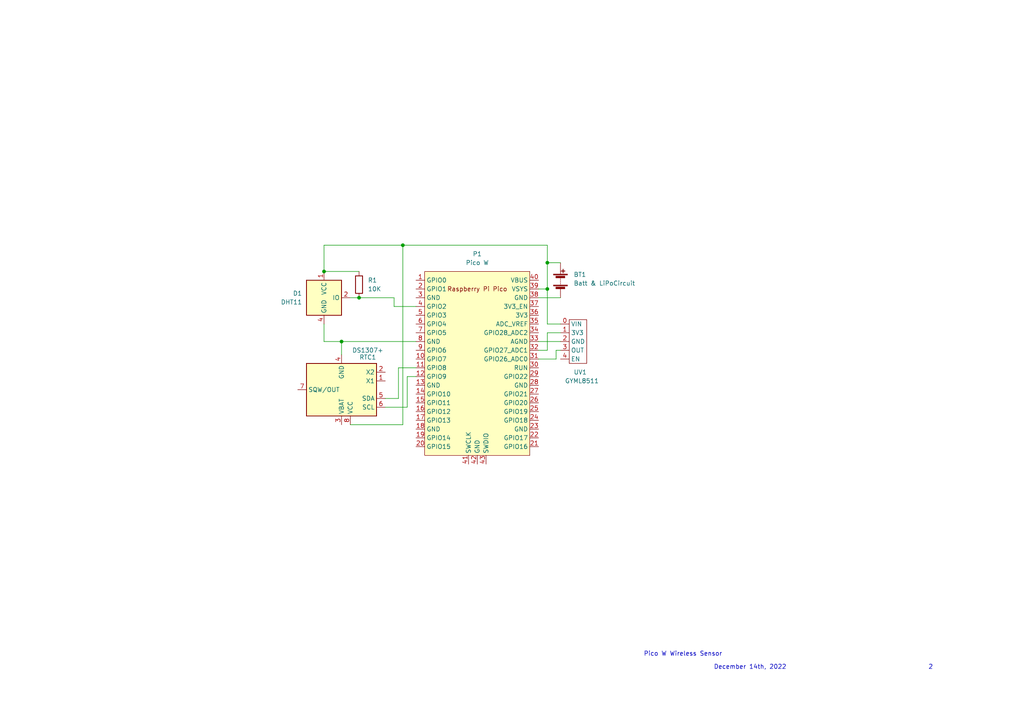
<source format=kicad_sch>
(kicad_sch (version 20211123) (generator eeschema)
  (paper "A4")
  (lib_symbols
    (symbol "Device:Battery" (pin_numbers hide) (pin_names (offset 0) hide)
      (property "Reference" "BT" (at 2.54 2.54 0))
      (property "Value" "Battery" (at 2.54 0 0))
      (symbol "Battery_0_1"
        (rectangle (start -2.032 -1.397) (end 2.032 -1.651) (fill (type outline)))
        (rectangle (start -2.032 1.778) (end 2.032 1.524) (fill (type outline)))
        (rectangle (start -1.3208 -1.9812) (end 1.27 -2.4892) (fill (type outline)))
        (rectangle (start -1.3208 1.1938) (end 1.27 0.6858) (fill (type outline)))
        (polyline (pts (xy 0 -1.524) (xy 0 -1.27)))
        (polyline (pts (xy 0 -1.016) (xy 0 -0.762)))
        (polyline (pts (xy 0 -0.508) (xy 0 -0.254)))
        (polyline (pts (xy 0 0) (xy 0 0.254)))
        (polyline (pts (xy 0 0.508) (xy 0 0.762)))
        (polyline (pts (xy 0 1.778) (xy 0 2.54)))
        (polyline (pts (xy 0.254 2.667) (xy 1.27 2.667)) (stroke (width 0.254)))
        (polyline (pts (xy 0.762 3.175) (xy 0.762 2.159)) (stroke (width 0.254)))
      )
      (symbol "Battery_1_1"
        (pin passive line (at 0 5.08 270) (length 2.54) (name "+") (number "1"))
        (pin passive line (at 0 -5.08 90) (length 2.54) (name "-") (number "2"))
      )
    )
    (symbol "Device:R" (pin_numbers hide) (pin_names (offset 0))
      (property "Reference" "R" (at 2.032 0 90))
      (property "Value" "R" (at 0 0 90))
      (symbol "R_0_1"
        (rectangle (start -1.016 -2.54) (end 1.016 2.54) (stroke (width 0.254)))
      )
      (symbol "R_1_1"
        (pin passive line (at 0 3.81 270) (length 1.27) (name "~") (number "1"))
        (pin passive line (at 0 -3.81 90) (length 1.27) (name "~") (number "2"))
      )
    )
    (symbol "MCU_RaspberryPi_and_Boards:Pico"
      (property "Reference" "U" (at -13.97 27.94 0))
      (property "Value" "Pico" (at 0 19.05 0))
      (symbol "Pico_0_0"
        (text "Raspberry Pi Pico" (at 0 21.59 0) (effects (font (size 1.27 1.27))))
      )
      (symbol "Pico_0_1"
        (rectangle (start -15.24 26.67) (end 15.24 -26.67) (fill (type background)))
      )
      (symbol "Pico_1_1"
        (pin bidirectional line (at -17.78 24.13 0) (length 2.54) (name "GPIO0") (number "1"))
        (pin bidirectional line (at -17.78 1.27 0) (length 2.54) (name "GPIO7") (number "10"))
        (pin bidirectional line (at -17.78 -1.27 0) (length 2.54) (name "GPIO8") (number "11"))
        (pin bidirectional line (at -17.78 -3.81 0) (length 2.54) (name "GPIO9") (number "12"))
        (pin power_in line (at -17.78 -6.35 0) (length 2.54) (name "GND") (number "13"))
        (pin bidirectional line (at -17.78 -8.89 0) (length 2.54) (name "GPIO10") (number "14"))
        (pin bidirectional line (at -17.78 -11.43 0) (length 2.54) (name "GPIO11") (number "15"))
        (pin bidirectional line (at -17.78 -13.97 0) (length 2.54) (name "GPIO12") (number "16"))
        (pin bidirectional line (at -17.78 -16.51 0) (length 2.54) (name "GPIO13") (number "17"))
        (pin power_in line (at -17.78 -19.05 0) (length 2.54) (name "GND") (number "18"))
        (pin bidirectional line (at -17.78 -21.59 0) (length 2.54) (name "GPIO14") (number "19"))
        (pin bidirectional line (at -17.78 21.59 0) (length 2.54) (name "GPIO1") (number "2"))
        (pin bidirectional line (at -17.78 -24.13 0) (length 2.54) (name "GPIO15") (number "20"))
        (pin bidirectional line (at 17.78 -24.13 180) (length 2.54) (name "GPIO16") (number "21"))
        (pin bidirectional line (at 17.78 -21.59 180) (length 2.54) (name "GPIO17") (number "22"))
        (pin power_in line (at 17.78 -19.05 180) (length 2.54) (name "GND") (number "23"))
        (pin bidirectional line (at 17.78 -16.51 180) (length 2.54) (name "GPIO18") (number "24"))
        (pin bidirectional line (at 17.78 -13.97 180) (length 2.54) (name "GPIO19") (number "25"))
        (pin bidirectional line (at 17.78 -11.43 180) (length 2.54) (name "GPIO20") (number "26"))
        (pin bidirectional line (at 17.78 -8.89 180) (length 2.54) (name "GPIO21") (number "27"))
        (pin power_in line (at 17.78 -6.35 180) (length 2.54) (name "GND") (number "28"))
        (pin bidirectional line (at 17.78 -3.81 180) (length 2.54) (name "GPIO22") (number "29"))
        (pin power_in line (at -17.78 19.05 0) (length 2.54) (name "GND") (number "3"))
        (pin input line (at 17.78 -1.27 180) (length 2.54) (name "RUN") (number "30"))
        (pin bidirectional line (at 17.78 1.27 180) (length 2.54) (name "GPIO26_ADC0") (number "31"))
        (pin bidirectional line (at 17.78 3.81 180) (length 2.54) (name "GPIO27_ADC1") (number "32"))
        (pin power_in line (at 17.78 6.35 180) (length 2.54) (name "AGND") (number "33"))
        (pin bidirectional line (at 17.78 8.89 180) (length 2.54) (name "GPIO28_ADC2") (number "34"))
        (pin power_in line (at 17.78 11.43 180) (length 2.54) (name "ADC_VREF") (number "35"))
        (pin power_in line (at 17.78 13.97 180) (length 2.54) (name "3V3") (number "36"))
        (pin input line (at 17.78 16.51 180) (length 2.54) (name "3V3_EN") (number "37"))
        (pin bidirectional line (at 17.78 19.05 180) (length 2.54) (name "GND") (number "38"))
        (pin power_in line (at 17.78 21.59 180) (length 2.54) (name "VSYS") (number "39"))
        (pin bidirectional line (at -17.78 16.51 0) (length 2.54) (name "GPIO2") (number "4"))
        (pin power_in line (at 17.78 24.13 180) (length 2.54) (name "VBUS") (number "40"))
        (pin input line (at -2.54 -29.21 90) (length 2.54) (name "SWCLK") (number "41"))
        (pin power_in line (at 0 -29.21 90) (length 2.54) (name "GND") (number "42"))
        (pin bidirectional line (at 2.54 -29.21 90) (length 2.54) (name "SWDIO") (number "43"))
        (pin bidirectional line (at -17.78 13.97 0) (length 2.54) (name "GPIO3") (number "5"))
        (pin bidirectional line (at -17.78 11.43 0) (length 2.54) (name "GPIO4") (number "6"))
        (pin bidirectional line (at -17.78 8.89 0) (length 2.54) (name "GPIO5") (number "7"))
        (pin power_in line (at -17.78 6.35 0) (length 2.54) (name "GND") (number "8"))
        (pin bidirectional line (at -17.78 3.81 0) (length 2.54) (name "GPIO6") (number "9"))
      )
    )
    (symbol "New_Library:GYML8511"
      (property "Reference" "UV?" (at 0 8.89 0))
      (property "Value" "GYML8511" (at 0 6.35 0))
      (symbol "GYML8511_0_1"
        (rectangle (start -2.54 5.08) (end 2.54 -7.62))
      )
      (symbol "GYML8511_1_1"
        (pin input line (at -5.08 3.81 0) (length 2.54) (name "VIN") (number "0"))
        (pin input line (at -5.08 1.27 0) (length 2.54) (name "3V3") (number "1"))
        (pin input line (at -5.08 -1.27 0) (length 2.54) (name "GND") (number "2"))
        (pin input line (at -5.08 -3.81 0) (length 2.54) (name "OUT") (number "3"))
        (pin input line (at -5.08 -6.35 0) (length 2.54) (name "EN") (number "4"))
      )
    )
    (symbol "Sensor:DHT11"
      (property "Reference" "U" (at -3.81 6.35 0))
      (property "Value" "DHT11" (at 3.81 6.35 0))
      (symbol "DHT11_0_1"
        (rectangle (start -5.08 5.08) (end 5.08 -5.08) (stroke (width 0.254)) (fill (type background)))
      )
      (symbol "DHT11_1_1"
        (pin power_in line (at 0 7.62 270) (length 2.54) (name "VCC") (number "1"))
        (pin bidirectional line (at 7.62 0 180) (length 2.54) (name "IO") (number "2"))
        (pin no_connect line (at -5.08 0 0) (length 2.54) hide (name "NC") (number "3"))
        (pin power_in line (at 0 -7.62 90) (length 2.54) (name "GND") (number "4"))
      )
    )
    (symbol "Timer_RTC:DS1307+"
      (property "Reference" "U" (at -8.89 8.89 0))
      (property "Value" "DS1307+" (at 1.27 8.89 0))
      (symbol "DS1307+_0_1"
        (rectangle (start -10.16 7.62) (end 10.16 -7.62) (stroke (width 0.254)) (fill (type background)))
      )
      (symbol "DS1307+_1_1"
        (pin input line (at -12.7 -2.54 0) (length 2.54) (name "X1") (number "1"))
        (pin input line (at -12.7 -5.08 0) (length 2.54) (name "X2") (number "2"))
        (pin power_in line (at 0 10.16 270) (length 2.54) (name "VBAT") (number "3"))
        (pin power_in line (at 0 -10.16 90) (length 2.54) (name "GND") (number "4"))
        (pin bidirectional line (at -12.7 2.54 0) (length 2.54) (name "SDA") (number "5"))
        (pin input line (at -12.7 5.08 0) (length 2.54) (name "SCL") (number "6"))
        (pin open_collector line (at 12.7 0 180) (length 2.54) (name "SQW/OUT") (number "7"))
        (pin power_in line (at -2.54 10.16 270) (length 2.54) (name "VCC") (number "8"))
      )
    )
  )
  (junction (at 93.98 78.74))
  (junction (at 104.14 86.36))
  (junction (at 158.75 76.2))
  (junction (at 158.75 83.82))
  (junction (at 116.84 71.12))
  (junction (at 99.06 99.06))
  (wire (pts (xy 158.75 71.12) (xy 158.75 76.2)))
  (wire (pts (xy 162.56 96.52) (xy 158.75 96.52)))
  (wire (pts (xy 158.75 96.52) (xy 158.75 101.6)))
  (wire (pts (xy 111.76 118.11) (xy 118.11 118.11)))
  (wire (pts (xy 116.84 71.12) (xy 93.98 71.12)))
  (wire (pts (xy 116.84 71.12) (xy 158.75 71.12)))
  (wire (pts (xy 104.14 86.36) (xy 114.3 86.36)))
  (wire (pts (xy 93.98 93.98) (xy 93.98 99.06)))
  (wire (pts (xy 158.75 83.82) (xy 156.21 83.82)))
  (wire (pts (xy 161.29 101.6) (xy 161.29 104.14)))
  (wire (pts (xy 156.21 99.06) (xy 162.56 99.06)))
  (wire (pts (xy 115.57 115.57) (xy 115.57 106.68)))
  (wire (pts (xy 118.11 118.11) (xy 118.11 109.22)))
  (wire (pts (xy 158.75 83.82) (xy 158.75 93.98)))
  (wire (pts (xy 93.98 99.06) (xy 99.06 99.06)))
  (wire (pts (xy 162.56 101.6) (xy 161.29 101.6)))
  (wire (pts (xy 158.75 93.98) (xy 162.56 93.98)))
  (wire (pts (xy 114.3 88.9) (xy 120.65 88.9)))
  (wire (pts (xy 116.84 123.19) (xy 116.84 71.12)))
  (wire (pts (xy 118.11 109.22) (xy 120.65 109.22)))
  (wire (pts (xy 161.29 104.14) (xy 156.21 104.14)))
  (wire (pts (xy 99.06 99.06) (xy 120.65 99.06)))
  (wire (pts (xy 101.6 123.19) (xy 116.84 123.19)))
  (wire (pts (xy 162.56 76.2) (xy 158.75 76.2)))
  (wire (pts (xy 93.98 71.12) (xy 93.98 78.74)))
  (wire (pts (xy 156.21 101.6) (xy 158.75 101.6)))
  (wire (pts (xy 156.21 86.36) (xy 162.56 86.36)))
  (wire (pts (xy 158.75 76.2) (xy 158.75 83.82)))
  (wire (pts (xy 93.98 78.74) (xy 104.14 78.74)))
  (wire (pts (xy 101.6 86.36) (xy 104.14 86.36)))
  (wire (pts (xy 114.3 86.36) (xy 114.3 88.9)))
  (wire (pts (xy 99.06 99.06) (xy 99.06 102.87)))
  (wire (pts (xy 111.76 115.57) (xy 115.57 115.57)))
  (wire (pts (xy 115.57 106.68) (xy 120.65 106.68)))
  (text "December 14th, 2022" (at 207.01 194.31 0) (effects (font (size 1.27 1.27)) (justify left bottom)))
  (text "Pico W Wireless Sensor" (at 186.69 190.5 0) (effects (font (size 1.27 1.27)) (justify left bottom)))
  (text "2" (at 269.24 194.31 0) (effects (font (size 1.27 1.27)) (justify left bottom)))
  (symbol (lib_id "Device:Battery") (at 162.56 81.28 0) (unit 1)
    (property "Reference" "BT1" (at 166.37 79.6289 0) (effects (justify left)))
    (property "Value" "Batt & LiPoCircuit" (at 166.37 82.1689 0) (effects (justify left)))
  )
  (symbol (lib_id "New_Library:GYML8511") (at 167.64 97.79 0) (unit 1)
    (property "Reference" "UV1" (at 166.37 107.95 0) (effects (justify left)))
    (property "Value" "GYML8511" (at 163.83 110.49 0) (effects (justify left)))
  )
  (symbol (lib_id "Device:R") (at 104.14 82.55 0) (unit 1)
    (property "Reference" "R1" (at 106.68 81.2799 0) (effects (justify left)))
    (property "Value" "10K" (at 106.68 83.82 0) (effects (justify left)))
  )
  (symbol (lib_id "Timer_RTC:DS1307+") (at 99.06 113.03 180) (unit 1)
    (property "Reference" "RTC1" (at 106.68 103.6193 0))
    (property "Value" "DS1307+" (at 106.68 101.6 0))
    (property "Footprint" "Package_DIP:DIP-8_W7.62mm" (effects hide))
    (property "Datasheet" "https://datasheets.maximintegrated.com/en/ds/DS1307.pdf" (effects hide))
  )
  (symbol (lib_id "MCU_RaspberryPi_and_Boards:Pico") (at 138.43 105.41 0) (unit 1)
    (property "Reference" "P1" (at 138.43 73.66 0))
    (property "Value" "Pico W" (at 138.43 76.2 0))
    (property "Footprint" "RPi_Pico:RPi_Pico_SMD_TH" (effects hide))
  )
  (symbol (lib_id "Sensor:DHT11") (at 93.98 86.36 0) (unit 1)
    (property "Reference" "D1" (at 87.63 85.0899 0) (effects (justify right)))
    (property "Value" "DHT11" (at 87.63 87.6299 0) (effects (justify right)))
    (property "Footprint" "Sensor:Aosong_DHT11_5.5x12.0_P2.54mm" (effects hide))
    (property "Datasheet" "http://akizukidenshi.com/download/ds/aosong/DHT11.pdf" (effects hide))
  )
)
</source>
